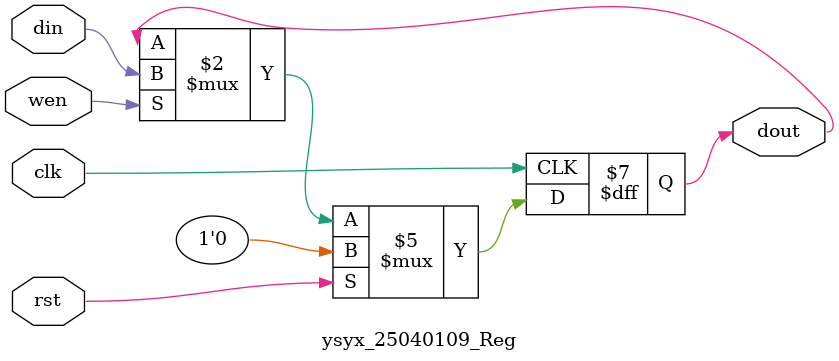
<source format=v>
module ysyx_25040109_Reg #(parameter WIDTH = 1,parameter RESET_VAL = 0) (
  input clk,
  input rst,
  input [WIDTH-1:0] din,
  output reg [WIDTH-1:0] dout,
  input wen
);
  always @(posedge clk) begin
    if (rst) dout <= RESET_VAL;
    else if (wen) dout <= din;
  end
endmodule




</source>
